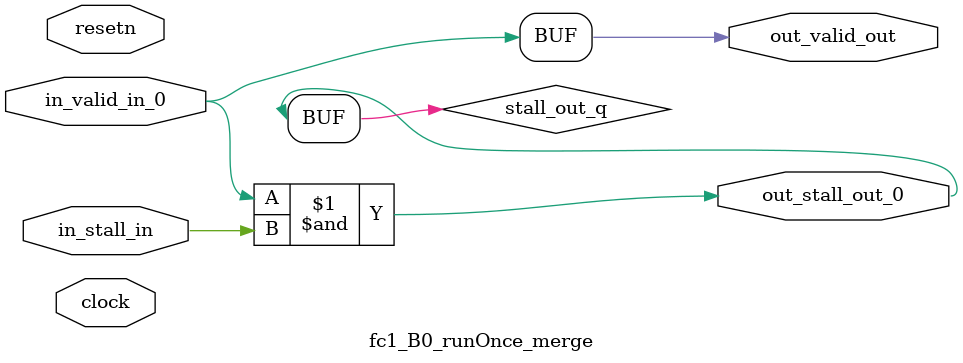
<source format=sv>



(* altera_attribute = "-name AUTO_SHIFT_REGISTER_RECOGNITION OFF; -name MESSAGE_DISABLE 10036; -name MESSAGE_DISABLE 10037; -name MESSAGE_DISABLE 14130; -name MESSAGE_DISABLE 14320; -name MESSAGE_DISABLE 15400; -name MESSAGE_DISABLE 14130; -name MESSAGE_DISABLE 10036; -name MESSAGE_DISABLE 12020; -name MESSAGE_DISABLE 12030; -name MESSAGE_DISABLE 12010; -name MESSAGE_DISABLE 12110; -name MESSAGE_DISABLE 14320; -name MESSAGE_DISABLE 13410; -name MESSAGE_DISABLE 113007; -name MESSAGE_DISABLE 10958" *)
module fc1_B0_runOnce_merge (
    input wire [0:0] in_stall_in,
    input wire [0:0] in_valid_in_0,
    output wire [0:0] out_stall_out_0,
    output wire [0:0] out_valid_out,
    input wire clock,
    input wire resetn
    );

    wire [0:0] stall_out_q;


    // stall_out(LOGICAL,6)
    assign stall_out_q = in_valid_in_0 & in_stall_in;

    // out_stall_out_0(GPOUT,4)
    assign out_stall_out_0 = stall_out_q;

    // out_valid_out(GPOUT,5)
    assign out_valid_out = in_valid_in_0;

endmodule

</source>
